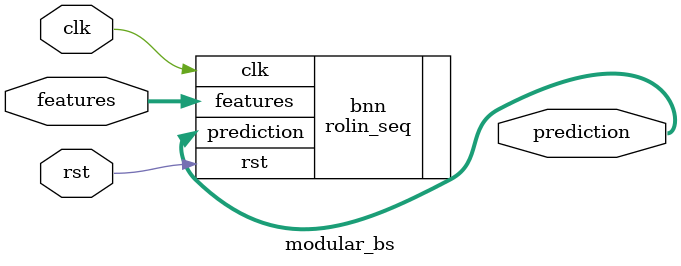
<source format=v>
`ifndef DUTNAME
`define DUTNAME modular_bs
parameter FEAT_CNT = 4;
parameter FEAT_BITS = 4;
parameter HIDDEN_CNT = 4;
parameter CLASS_CNT = 4;
`define WEIGHTS0 0
`define WEIGHTS1 0
`else
    `include `BSTRINGS
`endif
module `DUTNAME #(
`ifdef PARAMS
`include `PARAMS
`endif
  ) (
  input clk,
  input rst,
  input [FEAT_CNT*FEAT_BITS-1:0] features,
  output [$clog2(CLASS_CNT)-1:0] prediction
  );

  localparam Weights0 = `WEIGHTS0 ;
  localparam Weights1 = `WEIGHTS1 ;

  rolin_seq #(.FEAT_CNT(FEAT_CNT),.FEAT_BITS(FEAT_BITS),.HIDDEN_CNT(HIDDEN_CNT),.CLASS_CNT(CLASS_CNT),.Weights0(Weights0),.Weights1(Weights1)) bnn (
    .clk(clk),
    .rst(rst),
    .features(features),
    .prediction(prediction)
  );

endmodule

</source>
